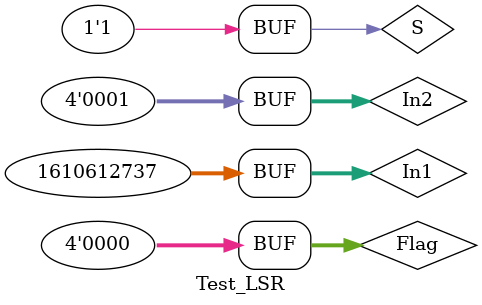
<source format=v>
module Test_LSR;	//[N, Z, C, V}]
reg [31:0] In1;
reg signed [3:0] In2;
reg S;
reg [3:0] Flag;
wire [31:0] Result;
wire [3:0] New_Flag;

initial
begin

In1=2; In2=1; Flag=4'b0000; S=1; 
#10 In1=1; In2=2; S=1; 
#10 In1=-6; In2=4; S=0;
#10 In1=32'b11111111111111111111111111111111; In2=9; S=1;
#10 In1=10; In2=10; S=1;
#10 In1=32'b01100000000000000000000000000001; In2=1; S=1;
end
initial
begin
$monitor($time, " In1.=%b, In2.=%b, Result=%b, Flag=%b", In1, In2, Result, New_Flag);
end
LSR #(4) lsr(In1, In2, Result,Flag,S,New_Flag);

endmodule

//ADD add(In1, In2, Result,Flag,S,New_Flag);
</source>
